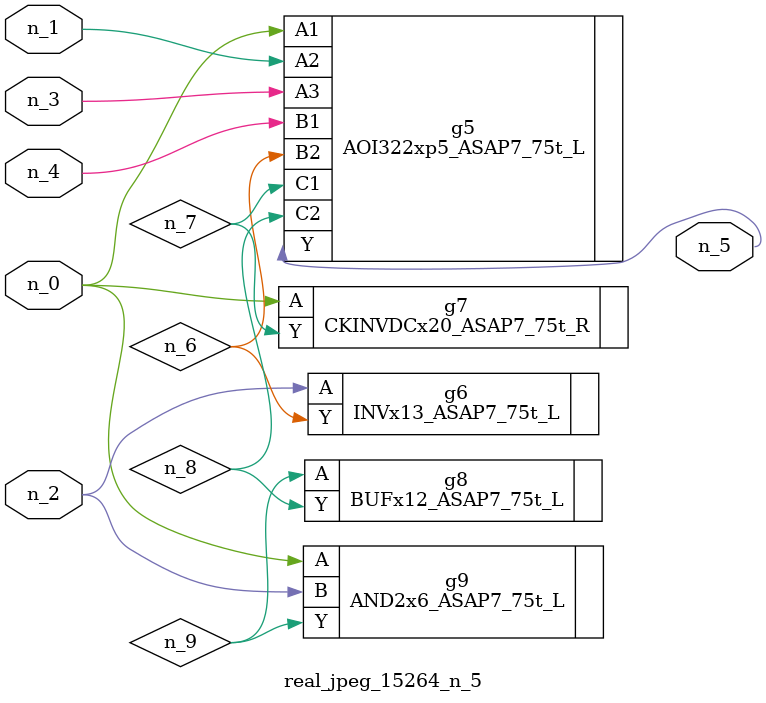
<source format=v>
module real_jpeg_15264_n_5 (n_4, n_0, n_1, n_2, n_3, n_5);

input n_4;
input n_0;
input n_1;
input n_2;
input n_3;

output n_5;

wire n_8;
wire n_6;
wire n_7;
wire n_9;

AOI322xp5_ASAP7_75t_L g5 ( 
.A1(n_0),
.A2(n_1),
.A3(n_3),
.B1(n_4),
.B2(n_6),
.C1(n_7),
.C2(n_8),
.Y(n_5)
);

CKINVDCx20_ASAP7_75t_R g7 ( 
.A(n_0),
.Y(n_7)
);

AND2x6_ASAP7_75t_L g9 ( 
.A(n_0),
.B(n_2),
.Y(n_9)
);

INVx13_ASAP7_75t_L g6 ( 
.A(n_2),
.Y(n_6)
);

BUFx12_ASAP7_75t_L g8 ( 
.A(n_9),
.Y(n_8)
);


endmodule
</source>
